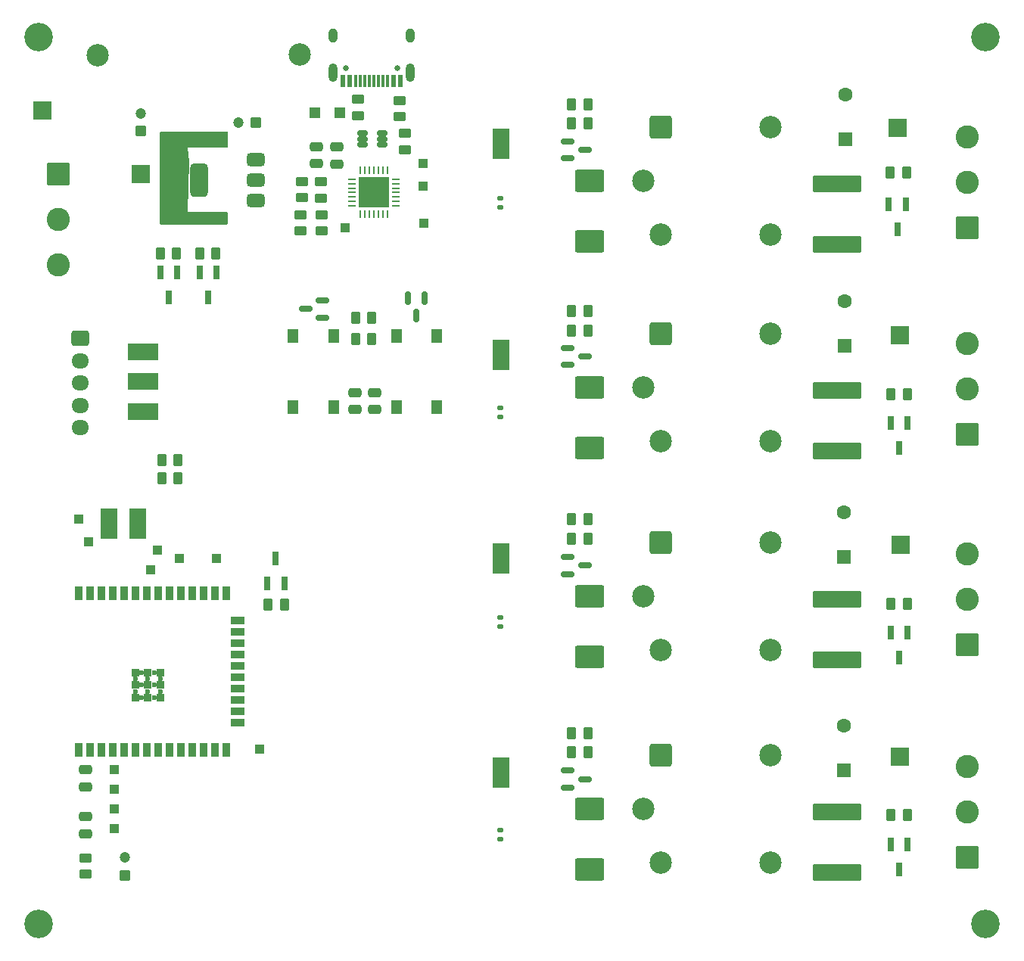
<source format=gts>
G04 #@! TF.GenerationSoftware,KiCad,Pcbnew,9.0.2*
G04 #@! TF.CreationDate,2025-06-16T21:06:24+01:00*
G04 #@! TF.ProjectId,WS2812B_strip_driver_wled,57533238-3132-4425-9f73-747269705f64,rev?*
G04 #@! TF.SameCoordinates,Original*
G04 #@! TF.FileFunction,Soldermask,Top*
G04 #@! TF.FilePolarity,Negative*
%FSLAX46Y46*%
G04 Gerber Fmt 4.6, Leading zero omitted, Abs format (unit mm)*
G04 Created by KiCad (PCBNEW 9.0.2) date 2025-06-16 21:06:24*
%MOMM*%
%LPD*%
G01*
G04 APERTURE LIST*
G04 Aperture macros list*
%AMRoundRect*
0 Rectangle with rounded corners*
0 $1 Rounding radius*
0 $2 $3 $4 $5 $6 $7 $8 $9 X,Y pos of 4 corners*
0 Add a 4 corners polygon primitive as box body*
4,1,4,$2,$3,$4,$5,$6,$7,$8,$9,$2,$3,0*
0 Add four circle primitives for the rounded corners*
1,1,$1+$1,$2,$3*
1,1,$1+$1,$4,$5*
1,1,$1+$1,$6,$7*
1,1,$1+$1,$8,$9*
0 Add four rect primitives between the rounded corners*
20,1,$1+$1,$2,$3,$4,$5,0*
20,1,$1+$1,$4,$5,$6,$7,0*
20,1,$1+$1,$6,$7,$8,$9,0*
20,1,$1+$1,$8,$9,$2,$3,0*%
G04 Aperture macros list end*
%ADD10RoundRect,0.150000X-0.587500X-0.150000X0.587500X-0.150000X0.587500X0.150000X-0.587500X0.150000X0*%
%ADD11RoundRect,0.250000X-0.262500X-0.450000X0.262500X-0.450000X0.262500X0.450000X-0.262500X0.450000X0*%
%ADD12RoundRect,0.250000X0.262500X0.450000X-0.262500X0.450000X-0.262500X-0.450000X0.262500X-0.450000X0*%
%ADD13RoundRect,0.250000X1.400000X1.000000X-1.400000X1.000000X-1.400000X-1.000000X1.400000X-1.000000X0*%
%ADD14C,2.500000*%
%ADD15RoundRect,0.250000X-1.000000X-1.000000X1.000000X-1.000000X1.000000X1.000000X-1.000000X1.000000X0*%
%ADD16RoundRect,0.250000X1.050000X-1.050000X1.050000X1.050000X-1.050000X1.050000X-1.050000X-1.050000X0*%
%ADD17C,2.600000*%
%ADD18R,0.800000X1.500000*%
%ADD19RoundRect,0.250000X2.475000X-0.712500X2.475000X0.712500X-2.475000X0.712500X-2.475000X-0.712500X0*%
%ADD20RoundRect,0.250000X0.550000X-0.550000X0.550000X0.550000X-0.550000X0.550000X-0.550000X-0.550000X0*%
%ADD21C,1.600000*%
%ADD22R,2.000000X2.000000*%
%ADD23R,1.850000X3.450000*%
%ADD24RoundRect,0.250000X0.350000X-0.350000X0.350000X0.350000X-0.350000X0.350000X-0.350000X-0.350000X0*%
%ADD25C,1.200000*%
%ADD26C,3.200000*%
%ADD27RoundRect,0.102000X0.450000X0.200000X-0.450000X0.200000X-0.450000X-0.200000X0.450000X-0.200000X0*%
%ADD28R,1.000000X1.000000*%
%ADD29R,1.300000X1.550000*%
%ADD30RoundRect,0.250000X-0.475000X0.250000X-0.475000X-0.250000X0.475000X-0.250000X0.475000X0.250000X0*%
%ADD31R,0.900000X1.500000*%
%ADD32R,1.500000X0.900000*%
%ADD33R,0.900000X0.900000*%
%ADD34C,0.600000*%
%ADD35RoundRect,0.250000X0.450000X-0.262500X0.450000X0.262500X-0.450000X0.262500X-0.450000X-0.262500X0*%
%ADD36RoundRect,0.250000X-0.450000X0.262500X-0.450000X-0.262500X0.450000X-0.262500X0.450000X0.262500X0*%
%ADD37C,0.650000*%
%ADD38R,0.600000X1.450000*%
%ADD39R,0.300000X1.450000*%
%ADD40O,1.000000X2.100000*%
%ADD41O,1.000000X1.600000*%
%ADD42RoundRect,0.250000X-1.050000X1.050000X-1.050000X-1.050000X1.050000X-1.050000X1.050000X1.050000X0*%
%ADD43RoundRect,0.375000X0.625000X0.375000X-0.625000X0.375000X-0.625000X-0.375000X0.625000X-0.375000X0*%
%ADD44RoundRect,0.500000X0.500000X1.400000X-0.500000X1.400000X-0.500000X-1.400000X0.500000X-1.400000X0*%
%ADD45RoundRect,0.250000X0.475000X-0.250000X0.475000X0.250000X-0.475000X0.250000X-0.475000X-0.250000X0*%
%ADD46RoundRect,0.135000X0.185000X-0.135000X0.185000X0.135000X-0.185000X0.135000X-0.185000X-0.135000X0*%
%ADD47RoundRect,0.062500X-0.062500X0.337500X-0.062500X-0.337500X0.062500X-0.337500X0.062500X0.337500X0*%
%ADD48RoundRect,0.062500X-0.337500X0.062500X-0.337500X-0.062500X0.337500X-0.062500X0.337500X0.062500X0*%
%ADD49R,3.350000X3.350000*%
%ADD50RoundRect,0.150000X-0.150000X0.587500X-0.150000X-0.587500X0.150000X-0.587500X0.150000X0.587500X0*%
%ADD51RoundRect,0.150000X0.587500X0.150000X-0.587500X0.150000X-0.587500X-0.150000X0.587500X-0.150000X0*%
%ADD52R,3.450000X1.850000*%
%ADD53R,1.200000X1.200000*%
%ADD54RoundRect,0.250000X0.350000X0.350000X-0.350000X0.350000X-0.350000X-0.350000X0.350000X-0.350000X0*%
%ADD55RoundRect,0.250000X-0.725000X0.600000X-0.725000X-0.600000X0.725000X-0.600000X0.725000X0.600000X0*%
%ADD56O,1.950000X1.700000*%
G04 APERTURE END LIST*
D10*
G04 #@! TO.C,Q1*
X75810000Y-89039503D03*
X75810000Y-90939503D03*
X77685000Y-89989503D03*
G04 #@! TD*
D11*
G04 #@! TO.C,R5*
X76227500Y-84959183D03*
X78052500Y-84959183D03*
G04 #@! TD*
D12*
G04 #@! TO.C,R1*
X78052500Y-87039503D03*
X76227500Y-87039503D03*
G04 #@! TD*
D13*
G04 #@! TO.C,D6*
X78225000Y-100239503D03*
X78225000Y-93439503D03*
G04 #@! TD*
D14*
G04 #@! TO.C,K1*
X84225000Y-93449503D03*
X98425000Y-87449503D03*
X98425000Y-99449503D03*
D15*
X86225000Y-87449503D03*
D14*
X86225000Y-99449503D03*
G04 #@! TD*
D16*
G04 #@! TO.C,J1*
X120500000Y-98744503D03*
D17*
X120500000Y-93664503D03*
X120500000Y-88584503D03*
G04 #@! TD*
D12*
G04 #@! TO.C,R12*
X113661208Y-92500091D03*
X111836208Y-92500091D03*
G04 #@! TD*
D18*
G04 #@! TO.C,D1*
X111711208Y-96060091D03*
X113611208Y-96060091D03*
X112661208Y-98860091D03*
G04 #@! TD*
D19*
G04 #@! TO.C,F1*
X105900000Y-100572003D03*
X105900000Y-93797003D03*
G04 #@! TD*
D20*
G04 #@! TO.C,C13*
X106825000Y-88844503D03*
D21*
X106825000Y-83844503D03*
G04 #@! TD*
D22*
G04 #@! TO.C,TP_CH1*
X112720000Y-87580000D03*
G04 #@! TD*
D11*
G04 #@! TO.C,R6*
X76227500Y-108059669D03*
X78052500Y-108059669D03*
G04 #@! TD*
D14*
G04 #@! TO.C,K2*
X84225000Y-116571336D03*
X98425000Y-110571336D03*
X98425000Y-122571336D03*
D15*
X86225000Y-110571336D03*
D14*
X86225000Y-122571336D03*
G04 #@! TD*
D13*
G04 #@! TO.C,D7*
X78225000Y-123361336D03*
X78225000Y-116561336D03*
G04 #@! TD*
D18*
G04 #@! TO.C,D2*
X111890000Y-120579669D03*
X113790000Y-120579669D03*
X112840000Y-123379669D03*
G04 #@! TD*
D20*
G04 #@! TO.C,C12*
X106750000Y-111959669D03*
D21*
X106750000Y-106959669D03*
G04 #@! TD*
D12*
G04 #@! TO.C,R2*
X78052500Y-110209669D03*
X76227500Y-110209669D03*
G04 #@! TD*
D19*
G04 #@! TO.C,F2*
X105900000Y-123693836D03*
X105900000Y-116918836D03*
G04 #@! TD*
D12*
G04 #@! TO.C,R11*
X113752500Y-117319669D03*
X111927500Y-117319669D03*
G04 #@! TD*
D16*
G04 #@! TO.C,J2*
X120500000Y-121866336D03*
D17*
X120500000Y-116786336D03*
X120500000Y-111706336D03*
G04 #@! TD*
D22*
G04 #@! TO.C,TP_CH2*
X112960000Y-110756336D03*
G04 #@! TD*
D10*
G04 #@! TO.C,Q2*
X75810000Y-112139669D03*
X75810000Y-114039669D03*
X77685000Y-113089669D03*
G04 #@! TD*
D23*
G04 #@! TO.C,TP_EN_CH4*
X68290320Y-159638090D03*
G04 #@! TD*
D18*
G04 #@! TO.C,D10*
X44070000Y-138530000D03*
X42170000Y-138530000D03*
X43120000Y-135730000D03*
G04 #@! TD*
D20*
G04 #@! TO.C,C10*
X106690000Y-135582485D03*
D21*
X106690000Y-130582485D03*
G04 #@! TD*
D24*
G04 #@! TO.C,C2*
X28010000Y-87905199D03*
D25*
X28010000Y-85905199D03*
G04 #@! TD*
D26*
G04 #@! TO.C,H1*
X16600000Y-77400000D03*
G04 #@! TD*
D11*
G04 #@! TO.C,R7*
X76227500Y-131299834D03*
X78052500Y-131299834D03*
G04 #@! TD*
D23*
G04 #@! TO.C,TP_EN_CH1*
X68292540Y-89348090D03*
G04 #@! TD*
D27*
G04 #@! TO.C,D11*
X55040000Y-89440000D03*
X55040000Y-88790000D03*
X55040000Y-88140000D03*
X52840000Y-88140000D03*
X52840000Y-88790000D03*
X52840000Y-89440000D03*
G04 #@! TD*
D28*
G04 #@! TO.C,TP_DCD1*
X59640000Y-91480000D03*
G04 #@! TD*
D29*
G04 #@! TO.C,SW2*
X56611595Y-118747172D03*
X56611595Y-110787172D03*
X61111595Y-118747172D03*
X61111595Y-110787172D03*
G04 #@! TD*
D30*
G04 #@! TO.C,C4*
X21840000Y-159355000D03*
X21840000Y-161255000D03*
G04 #@! TD*
D31*
G04 #@! TO.C,U1*
X21095000Y-157130000D03*
X22365000Y-157130000D03*
X23635000Y-157130000D03*
X24905000Y-157130000D03*
X26175000Y-157130000D03*
X27445000Y-157130000D03*
X28715000Y-157130000D03*
X29985000Y-157130000D03*
X31255000Y-157130000D03*
X32525000Y-157130000D03*
X33795000Y-157130000D03*
X35065000Y-157130000D03*
X36335000Y-157130000D03*
X37605000Y-157130000D03*
D32*
X38855000Y-154095000D03*
X38855000Y-152825000D03*
X38855000Y-151555000D03*
X38855000Y-150285000D03*
X38855000Y-149015000D03*
X38855000Y-147745000D03*
X38855000Y-146475000D03*
X38855000Y-145205000D03*
X38855000Y-143935000D03*
X38855000Y-142665000D03*
D31*
X37605000Y-139630000D03*
X36335000Y-139630000D03*
X35065000Y-139630000D03*
X33795000Y-139630000D03*
X32525000Y-139630000D03*
X31255000Y-139630000D03*
X29985000Y-139630000D03*
X28715000Y-139630000D03*
X27445000Y-139630000D03*
X26175000Y-139630000D03*
X24905000Y-139630000D03*
X23635000Y-139630000D03*
X22365000Y-139630000D03*
X21095000Y-139630000D03*
D33*
X27415000Y-151280000D03*
D34*
X28115000Y-151280000D03*
D33*
X28815000Y-151280000D03*
D34*
X29515000Y-151280000D03*
D33*
X30215000Y-151280000D03*
D34*
X27415000Y-150580000D03*
X28815000Y-150580000D03*
X30215000Y-150580000D03*
D33*
X27415000Y-149880000D03*
D34*
X28115000Y-149880000D03*
D33*
X28815000Y-149880000D03*
D34*
X29515000Y-149880000D03*
D33*
X30215000Y-149880000D03*
D34*
X27415000Y-149180000D03*
X28815000Y-149180000D03*
X30215000Y-149180000D03*
D33*
X27415000Y-148480000D03*
D34*
X28115000Y-148480000D03*
D33*
X28815000Y-148480000D03*
D34*
X29515000Y-148480000D03*
D33*
X30215000Y-148480000D03*
G04 #@! TD*
D19*
G04 #@! TO.C,F4*
X105900000Y-170860000D03*
X105900000Y-164085000D03*
G04 #@! TD*
D20*
G04 #@! TO.C,C11*
X106690000Y-159460000D03*
D21*
X106690000Y-154460000D03*
G04 #@! TD*
D35*
G04 #@! TO.C,R17*
X48252500Y-99062500D03*
X48252500Y-97237500D03*
G04 #@! TD*
D12*
G04 #@! TO.C,R19*
X53851595Y-108802172D03*
X52026595Y-108802172D03*
G04 #@! TD*
D23*
G04 #@! TO.C,TP_TXD0*
X24442220Y-131858090D03*
G04 #@! TD*
G04 #@! TO.C,TP_RXD0*
X27652220Y-131858090D03*
G04 #@! TD*
D12*
G04 #@! TO.C,R8*
X78052500Y-155280000D03*
X76227500Y-155280000D03*
G04 #@! TD*
D36*
G04 #@! TO.C,R27*
X56990000Y-84462500D03*
X56990000Y-86287500D03*
G04 #@! TD*
D22*
G04 #@! TO.C,TP_CH4*
X112910000Y-157900000D03*
G04 #@! TD*
D16*
G04 #@! TO.C,J4*
X120500000Y-169155000D03*
D17*
X120500000Y-164075000D03*
X120500000Y-158995000D03*
G04 #@! TD*
D37*
G04 #@! TO.C,J8*
X56740000Y-80825000D03*
X50960000Y-80825000D03*
D38*
X57100000Y-82270000D03*
X56300000Y-82270000D03*
D39*
X55100000Y-82270000D03*
X54100000Y-82270000D03*
X53600000Y-82270000D03*
X52600000Y-82270000D03*
D38*
X51400000Y-82270000D03*
X50600000Y-82270000D03*
X50600000Y-82270000D03*
X51400000Y-82270000D03*
D39*
X52100000Y-82270000D03*
X53100000Y-82270000D03*
X54600000Y-82270000D03*
X55600000Y-82270000D03*
D38*
X56300000Y-82270000D03*
X57100000Y-82270000D03*
D40*
X58170000Y-81355000D03*
D41*
X58170000Y-77175000D03*
D40*
X49530000Y-81355000D03*
D41*
X49530000Y-77175000D03*
G04 #@! TD*
D28*
G04 #@! TO.C,TP_IO23*
X21070000Y-131300000D03*
G04 #@! TD*
G04 #@! TO.C,TP_DSR1*
X59610000Y-94090000D03*
G04 #@! TD*
D36*
G04 #@! TO.C,R23*
X45900000Y-97237500D03*
X45900000Y-99062500D03*
G04 #@! TD*
D42*
G04 #@! TO.C,J5*
X18800000Y-92730000D03*
D17*
X18800000Y-97810000D03*
X18800000Y-102890000D03*
G04 #@! TD*
D43*
G04 #@! TO.C,U2*
X40850000Y-95675000D03*
X40850000Y-93375000D03*
D44*
X34550000Y-93375000D03*
D43*
X40850000Y-91075000D03*
G04 #@! TD*
D13*
G04 #@! TO.C,D8*
X78225000Y-146746917D03*
X78225000Y-139946917D03*
G04 #@! TD*
D26*
G04 #@! TO.C,H3*
X16600000Y-176600000D03*
G04 #@! TD*
D18*
G04 #@! TO.C,D13*
X34600000Y-103700000D03*
X36500000Y-103700000D03*
X35550000Y-106500000D03*
G04 #@! TD*
D11*
G04 #@! TO.C,R13*
X30201293Y-101594412D03*
X32026293Y-101594412D03*
G04 #@! TD*
D45*
G04 #@! TO.C,C5*
X47690000Y-91560000D03*
X47690000Y-89660000D03*
G04 #@! TD*
D28*
G04 #@! TO.C,TP_IO_VP1*
X25025000Y-159350000D03*
G04 #@! TD*
D14*
G04 #@! TO.C,K4*
X84225000Y-163737500D03*
X98425000Y-157737500D03*
X98425000Y-169737500D03*
D15*
X86225000Y-157737500D03*
D14*
X86225000Y-169737500D03*
G04 #@! TD*
D46*
G04 #@! TO.C,R29*
X68220000Y-167130000D03*
X68220000Y-166110000D03*
G04 #@! TD*
D12*
G04 #@! TO.C,R3*
X78052500Y-133529834D03*
X76227500Y-133529834D03*
G04 #@! TD*
D47*
G04 #@! TO.C,U3*
X55590000Y-92325000D03*
X55090000Y-92325000D03*
X54590000Y-92325000D03*
X54090000Y-92325000D03*
X53590000Y-92325000D03*
X53090000Y-92325000D03*
X52590000Y-92325000D03*
D48*
X51640000Y-93275000D03*
X51640000Y-93775000D03*
X51640000Y-94275000D03*
X51640000Y-94775000D03*
X51640000Y-95275000D03*
X51640000Y-95775000D03*
X51640000Y-96275000D03*
D47*
X52590000Y-97225000D03*
X53090000Y-97225000D03*
X53590000Y-97225000D03*
X54090000Y-97225000D03*
X54590000Y-97225000D03*
X55090000Y-97225000D03*
X55590000Y-97225000D03*
D48*
X56540000Y-96275000D03*
X56540000Y-95775000D03*
X56540000Y-95275000D03*
X56540000Y-94775000D03*
X56540000Y-94275000D03*
X56540000Y-93775000D03*
X56540000Y-93275000D03*
D49*
X54090000Y-94775000D03*
G04 #@! TD*
D28*
G04 #@! TO.C,TP_IO4*
X36490000Y-135730000D03*
G04 #@! TD*
G04 #@! TO.C,TP_IO5*
X32365000Y-135730000D03*
G04 #@! TD*
D50*
G04 #@! TO.C,Q6*
X59799095Y-106629672D03*
X57899095Y-106629672D03*
X58849095Y-108504672D03*
G04 #@! TD*
D46*
G04 #@! TO.C,R25*
X68230000Y-119910000D03*
X68230000Y-118890000D03*
G04 #@! TD*
D28*
G04 #@! TO.C,TP_IO26*
X41340000Y-157080000D03*
G04 #@! TD*
D51*
G04 #@! TO.C,Q5*
X48355000Y-108770000D03*
X48355000Y-106870000D03*
X46480000Y-107820000D03*
G04 #@! TD*
D23*
G04 #@! TO.C,TP_EN_CH2*
X68292540Y-112908090D03*
G04 #@! TD*
D26*
G04 #@! TO.C,H4*
X122500000Y-176600000D03*
G04 #@! TD*
D18*
G04 #@! TO.C,D4*
X111890000Y-167720000D03*
X113790000Y-167720000D03*
X112840000Y-170520000D03*
G04 #@! TD*
D14*
G04 #@! TO.C,K3*
X84225000Y-139956917D03*
X98425000Y-133956917D03*
X98425000Y-145956917D03*
D15*
X86225000Y-133956917D03*
D14*
X86225000Y-145956917D03*
G04 #@! TD*
D28*
G04 #@! TO.C,TP_IO35*
X25025000Y-165950000D03*
G04 #@! TD*
D22*
G04 #@! TO.C,TP1*
X17040000Y-85610000D03*
G04 #@! TD*
D52*
G04 #@! TO.C,TP14*
X28303090Y-119272460D03*
G04 #@! TD*
D11*
G04 #@! TO.C,R10*
X111927500Y-140819834D03*
X113752500Y-140819834D03*
G04 #@! TD*
D28*
G04 #@! TO.C,TP_IO22*
X22200000Y-133880000D03*
G04 #@! TD*
G04 #@! TO.C,TP_IO_VN1*
X25025000Y-161550000D03*
G04 #@! TD*
D12*
G04 #@! TO.C,R4*
X78052500Y-157430000D03*
X76227500Y-157430000D03*
G04 #@! TD*
D35*
G04 #@! TO.C,R14*
X57530000Y-90002500D03*
X57530000Y-88177500D03*
G04 #@! TD*
D45*
G04 #@! TO.C,C9*
X51980532Y-119067172D03*
X51980532Y-117167172D03*
G04 #@! TD*
D29*
G04 #@! TO.C,SW1*
X49580000Y-110787172D03*
X49580000Y-118747172D03*
X45080000Y-110787172D03*
X45080000Y-118747172D03*
G04 #@! TD*
D26*
G04 #@! TO.C,H2*
X122500000Y-77400000D03*
G04 #@! TD*
D11*
G04 #@! TO.C,R41*
X34587500Y-101575000D03*
X36412500Y-101575000D03*
G04 #@! TD*
D28*
G04 #@! TO.C,TP_CTS1*
X59660000Y-98250000D03*
G04 #@! TD*
D36*
G04 #@! TO.C,R15*
X46070000Y-93547500D03*
X46070000Y-95372500D03*
G04 #@! TD*
D35*
G04 #@! TO.C,R18*
X21870000Y-171062500D03*
X21870000Y-169237500D03*
G04 #@! TD*
D11*
G04 #@! TO.C,R20*
X52026595Y-111127172D03*
X53851595Y-111127172D03*
G04 #@! TD*
D53*
G04 #@! TO.C,D12*
X47460000Y-85890000D03*
X50260000Y-85890000D03*
G04 #@! TD*
D18*
G04 #@! TO.C,D3*
X111890000Y-144049834D03*
X113790000Y-144049834D03*
X112840000Y-146849834D03*
G04 #@! TD*
D45*
G04 #@! TO.C,C8*
X54211063Y-119067172D03*
X54211063Y-117167172D03*
G04 #@! TD*
D46*
G04 #@! TO.C,R26*
X68230000Y-143310000D03*
X68230000Y-142290000D03*
G04 #@! TD*
D16*
G04 #@! TO.C,J3*
X120500000Y-145374417D03*
D17*
X120500000Y-140294417D03*
X120500000Y-135214417D03*
G04 #@! TD*
D12*
G04 #@! TO.C,R42*
X44082500Y-140915000D03*
X42257500Y-140915000D03*
G04 #@! TD*
D45*
G04 #@! TO.C,C7*
X21865000Y-166505000D03*
X21865000Y-164605000D03*
G04 #@! TD*
D35*
G04 #@! TO.C,R16*
X48150000Y-95392500D03*
X48150000Y-93567500D03*
G04 #@! TD*
D22*
G04 #@! TO.C,TP_CH3*
X112990000Y-134203167D03*
G04 #@! TD*
D54*
G04 #@! TO.C,C1*
X40920000Y-86960000D03*
D25*
X38920000Y-86960000D03*
G04 #@! TD*
D28*
G04 #@! TO.C,TP_SUS1*
X50880000Y-98730000D03*
G04 #@! TD*
D11*
G04 #@! TO.C,R21*
X30380000Y-124740000D03*
X32205000Y-124740000D03*
G04 #@! TD*
D19*
G04 #@! TO.C,F3*
X105900000Y-147079417D03*
X105900000Y-140304417D03*
G04 #@! TD*
D22*
G04 #@! TO.C,TP2*
X28020000Y-92730000D03*
G04 #@! TD*
D28*
G04 #@! TO.C,TP_IO34*
X25025000Y-163750000D03*
G04 #@! TD*
D55*
G04 #@! TO.C,J6*
X21250000Y-111100000D03*
D56*
X21250000Y-113600000D03*
X21250000Y-116100000D03*
X21250000Y-118600000D03*
X21250000Y-121100000D03*
G04 #@! TD*
D52*
G04 #@! TO.C,TP13*
X28303090Y-112622780D03*
G04 #@! TD*
D36*
G04 #@! TO.C,R28*
X52320000Y-84337500D03*
X52320000Y-86162500D03*
G04 #@! TD*
D18*
G04 #@! TO.C,D5*
X30213793Y-103679412D03*
X32113793Y-103679412D03*
X31163793Y-106479412D03*
G04 #@! TD*
D13*
G04 #@! TO.C,D9*
X78225000Y-170527500D03*
X78225000Y-163727500D03*
G04 #@! TD*
D28*
G04 #@! TO.C,TP_IO21*
X29150000Y-136970000D03*
G04 #@! TD*
D12*
G04 #@! TO.C,R9*
X113752500Y-164380000D03*
X111927500Y-164380000D03*
G04 #@! TD*
D11*
G04 #@! TO.C,R22*
X30380000Y-126765000D03*
X32205000Y-126765000D03*
G04 #@! TD*
D23*
G04 #@! TO.C,TP_EN_CH3*
X68292540Y-135755400D03*
G04 #@! TD*
D52*
G04 #@! TO.C,TP15*
X28303090Y-115947620D03*
G04 #@! TD*
D14*
G04 #@! TO.C,F5*
X23152500Y-79390000D03*
X45758500Y-79367000D03*
G04 #@! TD*
D28*
G04 #@! TO.C,TP_IO19*
X29910000Y-134820000D03*
G04 #@! TD*
D10*
G04 #@! TO.C,Q4*
X75810000Y-159450000D03*
X75810000Y-161350000D03*
X77685000Y-160400000D03*
G04 #@! TD*
D45*
G04 #@! TO.C,C6*
X49940000Y-91585000D03*
X49940000Y-89685000D03*
G04 #@! TD*
D24*
G04 #@! TO.C,C3*
X26240000Y-171172599D03*
D25*
X26240000Y-169172599D03*
G04 #@! TD*
D10*
G04 #@! TO.C,Q3*
X75810000Y-135559834D03*
X75810000Y-137459834D03*
X77685000Y-136509834D03*
G04 #@! TD*
D46*
G04 #@! TO.C,R24*
X68220000Y-96440000D03*
X68220000Y-95420000D03*
G04 #@! TD*
G36*
X37733039Y-87979685D02*
G01*
X37778794Y-88032489D01*
X37790000Y-88084000D01*
X37790000Y-89651000D01*
X37770315Y-89718039D01*
X37717511Y-89763794D01*
X37666000Y-89775000D01*
X33300000Y-89775000D01*
X33409614Y-91344481D01*
X33409891Y-91355544D01*
X33300000Y-96974999D01*
X37615306Y-96950864D01*
X37682455Y-96970173D01*
X37728505Y-97022720D01*
X37740000Y-97074862D01*
X37740000Y-98216000D01*
X37720315Y-98283039D01*
X37667511Y-98328794D01*
X37616000Y-98340000D01*
X30264000Y-98340000D01*
X30196961Y-98320315D01*
X30151206Y-98267511D01*
X30140000Y-98216000D01*
X30140000Y-88084000D01*
X30159685Y-88016961D01*
X30212489Y-87971206D01*
X30264000Y-87960000D01*
X37666000Y-87960000D01*
X37733039Y-87979685D01*
G37*
M02*

</source>
